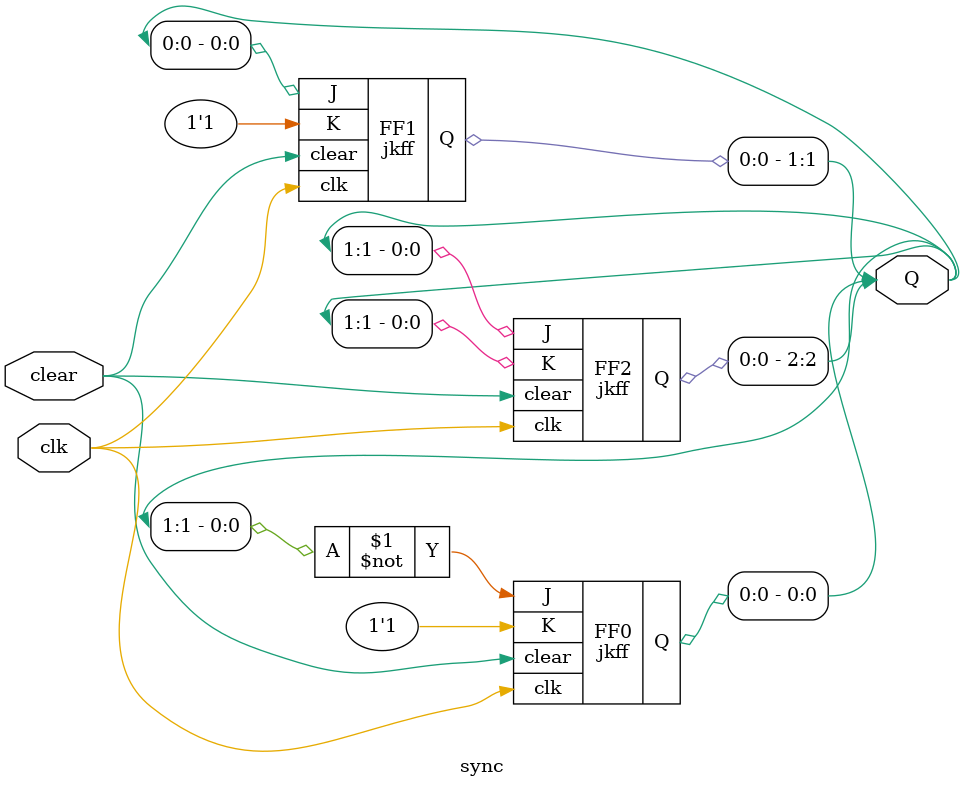
<source format=v>
module jkff (Q, J, K, clear, clk);
input J,K,clear, clk;
output reg Q;
always @ (posedge clk or negedge clear)
begin
if ( clear==0 )
Q<=0;
else if (J==0 && K==1)
Q<=0;
else if(J==1 && K==0)
Q<=1;
else if ( J==1 && K==1)
Q<=~Q;
else Q<=Q;
end
endmodule

module sync(clear, clk, Q);
input clear, clk;
output [2:0] Q;
jkff FF0 (Q[0],~Q[1], 1'b1, clear, clk);
jkff FF1 (Q[1], Q[0], 1'b1, clear, clk);
jkff FF2 (Q[2], Q[1],Q[1],clear, clk);
endmodule
</source>
